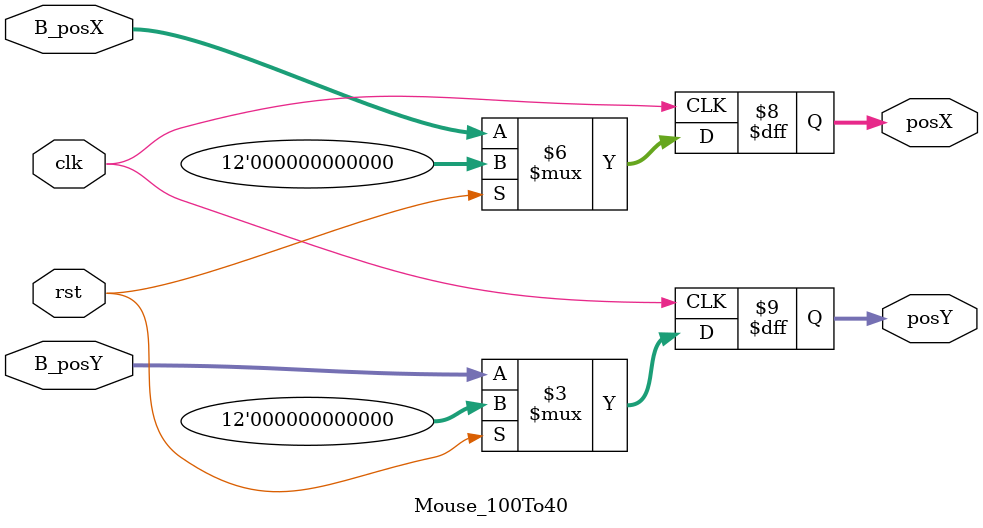
<source format=v>
`timescale 1ns / 1ps

module Mouse_100To40(
    input wire clk,
    input wire rst,
    input wire [11:0] B_posX,
    input wire [11:0] B_posY,

    output reg [11:0] posX,
    output reg [11:0] posY
);

reg [11:0] posX_nxt, posY_nxt;

always @(posedge clk)
    if(rst) begin
        posX <= 0;
        posY <= 0;
    end
    else begin
        posX <= B_posX;
        posY <= B_posY;
end

endmodule

</source>
